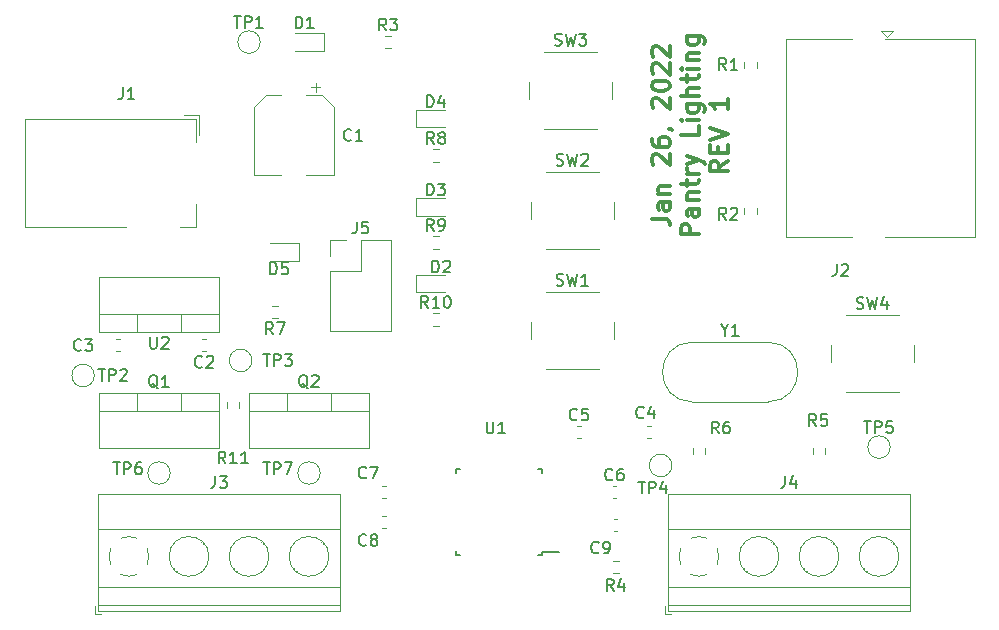
<source format=gbr>
%TF.GenerationSoftware,KiCad,Pcbnew,(6.0.0)*%
%TF.CreationDate,2022-01-26T18:23:26-07:00*%
%TF.ProjectId,PantryLights,50616e74-7279-44c6-9967-6874732e6b69,rev?*%
%TF.SameCoordinates,Original*%
%TF.FileFunction,Legend,Top*%
%TF.FilePolarity,Positive*%
%FSLAX46Y46*%
G04 Gerber Fmt 4.6, Leading zero omitted, Abs format (unit mm)*
G04 Created by KiCad (PCBNEW (6.0.0)) date 2022-01-26 18:23:26*
%MOMM*%
%LPD*%
G01*
G04 APERTURE LIST*
%ADD10C,0.304800*%
%ADD11C,0.150000*%
%ADD12C,0.120000*%
G04 APERTURE END LIST*
D10*
X156731788Y-88319428D02*
X157820360Y-88319428D01*
X158038074Y-88392000D01*
X158183217Y-88537142D01*
X158255788Y-88754857D01*
X158255788Y-88900000D01*
X158255788Y-86940571D02*
X157457502Y-86940571D01*
X157312360Y-87013142D01*
X157239788Y-87158285D01*
X157239788Y-87448571D01*
X157312360Y-87593714D01*
X158183217Y-86940571D02*
X158255788Y-87085714D01*
X158255788Y-87448571D01*
X158183217Y-87593714D01*
X158038074Y-87666285D01*
X157892931Y-87666285D01*
X157747788Y-87593714D01*
X157675217Y-87448571D01*
X157675217Y-87085714D01*
X157602645Y-86940571D01*
X157239788Y-86214857D02*
X158255788Y-86214857D01*
X157384931Y-86214857D02*
X157312360Y-86142285D01*
X157239788Y-85997142D01*
X157239788Y-85779428D01*
X157312360Y-85634285D01*
X157457502Y-85561714D01*
X158255788Y-85561714D01*
X156876931Y-83747428D02*
X156804360Y-83674857D01*
X156731788Y-83529714D01*
X156731788Y-83166857D01*
X156804360Y-83021714D01*
X156876931Y-82949142D01*
X157022074Y-82876571D01*
X157167217Y-82876571D01*
X157384931Y-82949142D01*
X158255788Y-83820000D01*
X158255788Y-82876571D01*
X156731788Y-81570285D02*
X156731788Y-81860571D01*
X156804360Y-82005714D01*
X156876931Y-82078285D01*
X157094645Y-82223428D01*
X157384931Y-82296000D01*
X157965502Y-82296000D01*
X158110645Y-82223428D01*
X158183217Y-82150857D01*
X158255788Y-82005714D01*
X158255788Y-81715428D01*
X158183217Y-81570285D01*
X158110645Y-81497714D01*
X157965502Y-81425142D01*
X157602645Y-81425142D01*
X157457502Y-81497714D01*
X157384931Y-81570285D01*
X157312360Y-81715428D01*
X157312360Y-82005714D01*
X157384931Y-82150857D01*
X157457502Y-82223428D01*
X157602645Y-82296000D01*
X158183217Y-80699428D02*
X158255788Y-80699428D01*
X158400931Y-80772000D01*
X158473502Y-80844571D01*
X156876931Y-78957714D02*
X156804360Y-78885142D01*
X156731788Y-78740000D01*
X156731788Y-78377142D01*
X156804360Y-78232000D01*
X156876931Y-78159428D01*
X157022074Y-78086857D01*
X157167217Y-78086857D01*
X157384931Y-78159428D01*
X158255788Y-79030285D01*
X158255788Y-78086857D01*
X156731788Y-77143428D02*
X156731788Y-76998285D01*
X156804360Y-76853142D01*
X156876931Y-76780571D01*
X157022074Y-76708000D01*
X157312360Y-76635428D01*
X157675217Y-76635428D01*
X157965502Y-76708000D01*
X158110645Y-76780571D01*
X158183217Y-76853142D01*
X158255788Y-76998285D01*
X158255788Y-77143428D01*
X158183217Y-77288571D01*
X158110645Y-77361142D01*
X157965502Y-77433714D01*
X157675217Y-77506285D01*
X157312360Y-77506285D01*
X157022074Y-77433714D01*
X156876931Y-77361142D01*
X156804360Y-77288571D01*
X156731788Y-77143428D01*
X156876931Y-76054857D02*
X156804360Y-75982285D01*
X156731788Y-75837142D01*
X156731788Y-75474285D01*
X156804360Y-75329142D01*
X156876931Y-75256571D01*
X157022074Y-75184000D01*
X157167217Y-75184000D01*
X157384931Y-75256571D01*
X158255788Y-76127428D01*
X158255788Y-75184000D01*
X156876931Y-74603428D02*
X156804360Y-74530857D01*
X156731788Y-74385714D01*
X156731788Y-74022857D01*
X156804360Y-73877714D01*
X156876931Y-73805142D01*
X157022074Y-73732571D01*
X157167217Y-73732571D01*
X157384931Y-73805142D01*
X158255788Y-74676000D01*
X158255788Y-73732571D01*
X160709428Y-89662000D02*
X159185428Y-89662000D01*
X159185428Y-89081428D01*
X159258000Y-88936285D01*
X159330571Y-88863714D01*
X159475714Y-88791142D01*
X159693428Y-88791142D01*
X159838571Y-88863714D01*
X159911142Y-88936285D01*
X159983714Y-89081428D01*
X159983714Y-89662000D01*
X160709428Y-87484857D02*
X159911142Y-87484857D01*
X159766000Y-87557428D01*
X159693428Y-87702571D01*
X159693428Y-87992857D01*
X159766000Y-88138000D01*
X160636857Y-87484857D02*
X160709428Y-87630000D01*
X160709428Y-87992857D01*
X160636857Y-88138000D01*
X160491714Y-88210571D01*
X160346571Y-88210571D01*
X160201428Y-88138000D01*
X160128857Y-87992857D01*
X160128857Y-87630000D01*
X160056285Y-87484857D01*
X159693428Y-86759142D02*
X160709428Y-86759142D01*
X159838571Y-86759142D02*
X159766000Y-86686571D01*
X159693428Y-86541428D01*
X159693428Y-86323714D01*
X159766000Y-86178571D01*
X159911142Y-86106000D01*
X160709428Y-86106000D01*
X159693428Y-85598000D02*
X159693428Y-85017428D01*
X159185428Y-85380285D02*
X160491714Y-85380285D01*
X160636857Y-85307714D01*
X160709428Y-85162571D01*
X160709428Y-85017428D01*
X160709428Y-84509428D02*
X159693428Y-84509428D01*
X159983714Y-84509428D02*
X159838571Y-84436857D01*
X159766000Y-84364285D01*
X159693428Y-84219142D01*
X159693428Y-84074000D01*
X159693428Y-83711142D02*
X160709428Y-83348285D01*
X159693428Y-82985428D02*
X160709428Y-83348285D01*
X161072285Y-83493428D01*
X161144857Y-83566000D01*
X161217428Y-83711142D01*
X160709428Y-80518000D02*
X160709428Y-81243714D01*
X159185428Y-81243714D01*
X160709428Y-80010000D02*
X159693428Y-80010000D01*
X159185428Y-80010000D02*
X159258000Y-80082571D01*
X159330571Y-80010000D01*
X159258000Y-79937428D01*
X159185428Y-80010000D01*
X159330571Y-80010000D01*
X159693428Y-78631142D02*
X160927142Y-78631142D01*
X161072285Y-78703714D01*
X161144857Y-78776285D01*
X161217428Y-78921428D01*
X161217428Y-79139142D01*
X161144857Y-79284285D01*
X160636857Y-78631142D02*
X160709428Y-78776285D01*
X160709428Y-79066571D01*
X160636857Y-79211714D01*
X160564285Y-79284285D01*
X160419142Y-79356857D01*
X159983714Y-79356857D01*
X159838571Y-79284285D01*
X159766000Y-79211714D01*
X159693428Y-79066571D01*
X159693428Y-78776285D01*
X159766000Y-78631142D01*
X160709428Y-77905428D02*
X159185428Y-77905428D01*
X160709428Y-77252285D02*
X159911142Y-77252285D01*
X159766000Y-77324857D01*
X159693428Y-77470000D01*
X159693428Y-77687714D01*
X159766000Y-77832857D01*
X159838571Y-77905428D01*
X159693428Y-76744285D02*
X159693428Y-76163714D01*
X159185428Y-76526571D02*
X160491714Y-76526571D01*
X160636857Y-76454000D01*
X160709428Y-76308857D01*
X160709428Y-76163714D01*
X160709428Y-75655714D02*
X159693428Y-75655714D01*
X159185428Y-75655714D02*
X159258000Y-75728285D01*
X159330571Y-75655714D01*
X159258000Y-75583142D01*
X159185428Y-75655714D01*
X159330571Y-75655714D01*
X159693428Y-74930000D02*
X160709428Y-74930000D01*
X159838571Y-74930000D02*
X159766000Y-74857428D01*
X159693428Y-74712285D01*
X159693428Y-74494571D01*
X159766000Y-74349428D01*
X159911142Y-74276857D01*
X160709428Y-74276857D01*
X159693428Y-72898000D02*
X160927142Y-72898000D01*
X161072285Y-72970571D01*
X161144857Y-73043142D01*
X161217428Y-73188285D01*
X161217428Y-73406000D01*
X161144857Y-73551142D01*
X160636857Y-72898000D02*
X160709428Y-73043142D01*
X160709428Y-73333428D01*
X160636857Y-73478571D01*
X160564285Y-73551142D01*
X160419142Y-73623714D01*
X159983714Y-73623714D01*
X159838571Y-73551142D01*
X159766000Y-73478571D01*
X159693428Y-73333428D01*
X159693428Y-73043142D01*
X159766000Y-72898000D01*
X163163068Y-83457142D02*
X162437354Y-83965142D01*
X163163068Y-84328000D02*
X161639068Y-84328000D01*
X161639068Y-83747428D01*
X161711640Y-83602285D01*
X161784211Y-83529714D01*
X161929354Y-83457142D01*
X162147068Y-83457142D01*
X162292211Y-83529714D01*
X162364782Y-83602285D01*
X162437354Y-83747428D01*
X162437354Y-84328000D01*
X162364782Y-82804000D02*
X162364782Y-82296000D01*
X163163068Y-82078285D02*
X163163068Y-82804000D01*
X161639068Y-82804000D01*
X161639068Y-82078285D01*
X161639068Y-81642857D02*
X163163068Y-81134857D01*
X161639068Y-80626857D01*
X163163068Y-78159428D02*
X163163068Y-79030285D01*
X163163068Y-78594857D02*
X161639068Y-78594857D01*
X161856782Y-78740000D01*
X162001925Y-78885142D01*
X162074497Y-79030285D01*
D11*
%TO.C,R11*%
X120642142Y-109037380D02*
X120308809Y-108561190D01*
X120070714Y-109037380D02*
X120070714Y-108037380D01*
X120451666Y-108037380D01*
X120546904Y-108085000D01*
X120594523Y-108132619D01*
X120642142Y-108227857D01*
X120642142Y-108370714D01*
X120594523Y-108465952D01*
X120546904Y-108513571D01*
X120451666Y-108561190D01*
X120070714Y-108561190D01*
X121594523Y-109037380D02*
X121023095Y-109037380D01*
X121308809Y-109037380D02*
X121308809Y-108037380D01*
X121213571Y-108180238D01*
X121118333Y-108275476D01*
X121023095Y-108323095D01*
X122546904Y-109037380D02*
X121975476Y-109037380D01*
X122261190Y-109037380D02*
X122261190Y-108037380D01*
X122165952Y-108180238D01*
X122070714Y-108275476D01*
X121975476Y-108323095D01*
%TO.C,C9*%
X152233333Y-116562142D02*
X152185714Y-116609761D01*
X152042857Y-116657380D01*
X151947619Y-116657380D01*
X151804761Y-116609761D01*
X151709523Y-116514523D01*
X151661904Y-116419285D01*
X151614285Y-116228809D01*
X151614285Y-116085952D01*
X151661904Y-115895476D01*
X151709523Y-115800238D01*
X151804761Y-115705000D01*
X151947619Y-115657380D01*
X152042857Y-115657380D01*
X152185714Y-115705000D01*
X152233333Y-115752619D01*
X152709523Y-116657380D02*
X152900000Y-116657380D01*
X152995238Y-116609761D01*
X153042857Y-116562142D01*
X153138095Y-116419285D01*
X153185714Y-116228809D01*
X153185714Y-115847857D01*
X153138095Y-115752619D01*
X153090476Y-115705000D01*
X152995238Y-115657380D01*
X152804761Y-115657380D01*
X152709523Y-115705000D01*
X152661904Y-115752619D01*
X152614285Y-115847857D01*
X152614285Y-116085952D01*
X152661904Y-116181190D01*
X152709523Y-116228809D01*
X152804761Y-116276428D01*
X152995238Y-116276428D01*
X153090476Y-116228809D01*
X153138095Y-116181190D01*
X153185714Y-116085952D01*
%TO.C,J5*%
X131741666Y-88577380D02*
X131741666Y-89291666D01*
X131694047Y-89434523D01*
X131598809Y-89529761D01*
X131455952Y-89577380D01*
X131360714Y-89577380D01*
X132694047Y-88577380D02*
X132217857Y-88577380D01*
X132170238Y-89053571D01*
X132217857Y-89005952D01*
X132313095Y-88958333D01*
X132551190Y-88958333D01*
X132646428Y-89005952D01*
X132694047Y-89053571D01*
X132741666Y-89148809D01*
X132741666Y-89386904D01*
X132694047Y-89482142D01*
X132646428Y-89529761D01*
X132551190Y-89577380D01*
X132313095Y-89577380D01*
X132217857Y-89529761D01*
X132170238Y-89482142D01*
%TO.C,SW3*%
X148526666Y-73624761D02*
X148669523Y-73672380D01*
X148907619Y-73672380D01*
X149002857Y-73624761D01*
X149050476Y-73577142D01*
X149098095Y-73481904D01*
X149098095Y-73386666D01*
X149050476Y-73291428D01*
X149002857Y-73243809D01*
X148907619Y-73196190D01*
X148717142Y-73148571D01*
X148621904Y-73100952D01*
X148574285Y-73053333D01*
X148526666Y-72958095D01*
X148526666Y-72862857D01*
X148574285Y-72767619D01*
X148621904Y-72720000D01*
X148717142Y-72672380D01*
X148955238Y-72672380D01*
X149098095Y-72720000D01*
X149431428Y-72672380D02*
X149669523Y-73672380D01*
X149860000Y-72958095D01*
X150050476Y-73672380D01*
X150288571Y-72672380D01*
X150574285Y-72672380D02*
X151193333Y-72672380D01*
X150860000Y-73053333D01*
X151002857Y-73053333D01*
X151098095Y-73100952D01*
X151145714Y-73148571D01*
X151193333Y-73243809D01*
X151193333Y-73481904D01*
X151145714Y-73577142D01*
X151098095Y-73624761D01*
X151002857Y-73672380D01*
X150717142Y-73672380D01*
X150621904Y-73624761D01*
X150574285Y-73577142D01*
%TO.C,SW2*%
X148676666Y-83784761D02*
X148819523Y-83832380D01*
X149057619Y-83832380D01*
X149152857Y-83784761D01*
X149200476Y-83737142D01*
X149248095Y-83641904D01*
X149248095Y-83546666D01*
X149200476Y-83451428D01*
X149152857Y-83403809D01*
X149057619Y-83356190D01*
X148867142Y-83308571D01*
X148771904Y-83260952D01*
X148724285Y-83213333D01*
X148676666Y-83118095D01*
X148676666Y-83022857D01*
X148724285Y-82927619D01*
X148771904Y-82880000D01*
X148867142Y-82832380D01*
X149105238Y-82832380D01*
X149248095Y-82880000D01*
X149581428Y-82832380D02*
X149819523Y-83832380D01*
X150010000Y-83118095D01*
X150200476Y-83832380D01*
X150438571Y-82832380D01*
X150771904Y-82927619D02*
X150819523Y-82880000D01*
X150914761Y-82832380D01*
X151152857Y-82832380D01*
X151248095Y-82880000D01*
X151295714Y-82927619D01*
X151343333Y-83022857D01*
X151343333Y-83118095D01*
X151295714Y-83260952D01*
X150724285Y-83832380D01*
X151343333Y-83832380D01*
%TO.C,SW1*%
X148676666Y-93944761D02*
X148819523Y-93992380D01*
X149057619Y-93992380D01*
X149152857Y-93944761D01*
X149200476Y-93897142D01*
X149248095Y-93801904D01*
X149248095Y-93706666D01*
X149200476Y-93611428D01*
X149152857Y-93563809D01*
X149057619Y-93516190D01*
X148867142Y-93468571D01*
X148771904Y-93420952D01*
X148724285Y-93373333D01*
X148676666Y-93278095D01*
X148676666Y-93182857D01*
X148724285Y-93087619D01*
X148771904Y-93040000D01*
X148867142Y-92992380D01*
X149105238Y-92992380D01*
X149248095Y-93040000D01*
X149581428Y-92992380D02*
X149819523Y-93992380D01*
X150010000Y-93278095D01*
X150200476Y-93992380D01*
X150438571Y-92992380D01*
X151343333Y-93992380D02*
X150771904Y-93992380D01*
X151057619Y-93992380D02*
X151057619Y-92992380D01*
X150962380Y-93135238D01*
X150867142Y-93230476D01*
X150771904Y-93278095D01*
%TO.C,C3*%
X108418333Y-99417142D02*
X108370714Y-99464761D01*
X108227857Y-99512380D01*
X108132619Y-99512380D01*
X107989761Y-99464761D01*
X107894523Y-99369523D01*
X107846904Y-99274285D01*
X107799285Y-99083809D01*
X107799285Y-98940952D01*
X107846904Y-98750476D01*
X107894523Y-98655238D01*
X107989761Y-98560000D01*
X108132619Y-98512380D01*
X108227857Y-98512380D01*
X108370714Y-98560000D01*
X108418333Y-98607619D01*
X108751666Y-98512380D02*
X109370714Y-98512380D01*
X109037380Y-98893333D01*
X109180238Y-98893333D01*
X109275476Y-98940952D01*
X109323095Y-98988571D01*
X109370714Y-99083809D01*
X109370714Y-99321904D01*
X109323095Y-99417142D01*
X109275476Y-99464761D01*
X109180238Y-99512380D01*
X108894523Y-99512380D01*
X108799285Y-99464761D01*
X108751666Y-99417142D01*
%TO.C,C2*%
X118653333Y-100847142D02*
X118605714Y-100894761D01*
X118462857Y-100942380D01*
X118367619Y-100942380D01*
X118224761Y-100894761D01*
X118129523Y-100799523D01*
X118081904Y-100704285D01*
X118034285Y-100513809D01*
X118034285Y-100370952D01*
X118081904Y-100180476D01*
X118129523Y-100085238D01*
X118224761Y-99990000D01*
X118367619Y-99942380D01*
X118462857Y-99942380D01*
X118605714Y-99990000D01*
X118653333Y-100037619D01*
X119034285Y-100037619D02*
X119081904Y-99990000D01*
X119177142Y-99942380D01*
X119415238Y-99942380D01*
X119510476Y-99990000D01*
X119558095Y-100037619D01*
X119605714Y-100132857D01*
X119605714Y-100228095D01*
X119558095Y-100370952D01*
X118986666Y-100942380D01*
X119605714Y-100942380D01*
%TO.C,TP7*%
X123833095Y-108962380D02*
X124404523Y-108962380D01*
X124118809Y-109962380D02*
X124118809Y-108962380D01*
X124737857Y-109962380D02*
X124737857Y-108962380D01*
X125118809Y-108962380D01*
X125214047Y-109010000D01*
X125261666Y-109057619D01*
X125309285Y-109152857D01*
X125309285Y-109295714D01*
X125261666Y-109390952D01*
X125214047Y-109438571D01*
X125118809Y-109486190D01*
X124737857Y-109486190D01*
X125642619Y-108962380D02*
X126309285Y-108962380D01*
X125880714Y-109962380D01*
%TO.C,TP6*%
X111133095Y-108962380D02*
X111704523Y-108962380D01*
X111418809Y-109962380D02*
X111418809Y-108962380D01*
X112037857Y-109962380D02*
X112037857Y-108962380D01*
X112418809Y-108962380D01*
X112514047Y-109010000D01*
X112561666Y-109057619D01*
X112609285Y-109152857D01*
X112609285Y-109295714D01*
X112561666Y-109390952D01*
X112514047Y-109438571D01*
X112418809Y-109486190D01*
X112037857Y-109486190D01*
X113466428Y-108962380D02*
X113275952Y-108962380D01*
X113180714Y-109010000D01*
X113133095Y-109057619D01*
X113037857Y-109200476D01*
X112990238Y-109390952D01*
X112990238Y-109771904D01*
X113037857Y-109867142D01*
X113085476Y-109914761D01*
X113180714Y-109962380D01*
X113371190Y-109962380D01*
X113466428Y-109914761D01*
X113514047Y-109867142D01*
X113561666Y-109771904D01*
X113561666Y-109533809D01*
X113514047Y-109438571D01*
X113466428Y-109390952D01*
X113371190Y-109343333D01*
X113180714Y-109343333D01*
X113085476Y-109390952D01*
X113037857Y-109438571D01*
X112990238Y-109533809D01*
%TO.C,TP5*%
X174708095Y-105464380D02*
X175279523Y-105464380D01*
X174993809Y-106464380D02*
X174993809Y-105464380D01*
X175612857Y-106464380D02*
X175612857Y-105464380D01*
X175993809Y-105464380D01*
X176089047Y-105512000D01*
X176136666Y-105559619D01*
X176184285Y-105654857D01*
X176184285Y-105797714D01*
X176136666Y-105892952D01*
X176089047Y-105940571D01*
X175993809Y-105988190D01*
X175612857Y-105988190D01*
X177089047Y-105464380D02*
X176612857Y-105464380D01*
X176565238Y-105940571D01*
X176612857Y-105892952D01*
X176708095Y-105845333D01*
X176946190Y-105845333D01*
X177041428Y-105892952D01*
X177089047Y-105940571D01*
X177136666Y-106035809D01*
X177136666Y-106273904D01*
X177089047Y-106369142D01*
X177041428Y-106416761D01*
X176946190Y-106464380D01*
X176708095Y-106464380D01*
X176612857Y-106416761D01*
X176565238Y-106369142D01*
%TO.C,TP4*%
X155583095Y-110577380D02*
X156154523Y-110577380D01*
X155868809Y-111577380D02*
X155868809Y-110577380D01*
X156487857Y-111577380D02*
X156487857Y-110577380D01*
X156868809Y-110577380D01*
X156964047Y-110625000D01*
X157011666Y-110672619D01*
X157059285Y-110767857D01*
X157059285Y-110910714D01*
X157011666Y-111005952D01*
X156964047Y-111053571D01*
X156868809Y-111101190D01*
X156487857Y-111101190D01*
X157916428Y-110910714D02*
X157916428Y-111577380D01*
X157678333Y-110529761D02*
X157440238Y-111244047D01*
X158059285Y-111244047D01*
%TO.C,TP3*%
X123833095Y-99782380D02*
X124404523Y-99782380D01*
X124118809Y-100782380D02*
X124118809Y-99782380D01*
X124737857Y-100782380D02*
X124737857Y-99782380D01*
X125118809Y-99782380D01*
X125214047Y-99830000D01*
X125261666Y-99877619D01*
X125309285Y-99972857D01*
X125309285Y-100115714D01*
X125261666Y-100210952D01*
X125214047Y-100258571D01*
X125118809Y-100306190D01*
X124737857Y-100306190D01*
X125642619Y-99782380D02*
X126261666Y-99782380D01*
X125928333Y-100163333D01*
X126071190Y-100163333D01*
X126166428Y-100210952D01*
X126214047Y-100258571D01*
X126261666Y-100353809D01*
X126261666Y-100591904D01*
X126214047Y-100687142D01*
X126166428Y-100734761D01*
X126071190Y-100782380D01*
X125785476Y-100782380D01*
X125690238Y-100734761D01*
X125642619Y-100687142D01*
%TO.C,TP2*%
X109863095Y-101052380D02*
X110434523Y-101052380D01*
X110148809Y-102052380D02*
X110148809Y-101052380D01*
X110767857Y-102052380D02*
X110767857Y-101052380D01*
X111148809Y-101052380D01*
X111244047Y-101100000D01*
X111291666Y-101147619D01*
X111339285Y-101242857D01*
X111339285Y-101385714D01*
X111291666Y-101480952D01*
X111244047Y-101528571D01*
X111148809Y-101576190D01*
X110767857Y-101576190D01*
X111720238Y-101147619D02*
X111767857Y-101100000D01*
X111863095Y-101052380D01*
X112101190Y-101052380D01*
X112196428Y-101100000D01*
X112244047Y-101147619D01*
X112291666Y-101242857D01*
X112291666Y-101338095D01*
X112244047Y-101480952D01*
X111672619Y-102052380D01*
X112291666Y-102052380D01*
%TO.C,TP1*%
X121368095Y-71174380D02*
X121939523Y-71174380D01*
X121653809Y-72174380D02*
X121653809Y-71174380D01*
X122272857Y-72174380D02*
X122272857Y-71174380D01*
X122653809Y-71174380D01*
X122749047Y-71222000D01*
X122796666Y-71269619D01*
X122844285Y-71364857D01*
X122844285Y-71507714D01*
X122796666Y-71602952D01*
X122749047Y-71650571D01*
X122653809Y-71698190D01*
X122272857Y-71698190D01*
X123796666Y-72174380D02*
X123225238Y-72174380D01*
X123510952Y-72174380D02*
X123510952Y-71174380D01*
X123415714Y-71317238D01*
X123320476Y-71412476D01*
X123225238Y-71460095D01*
%TO.C,R2*%
X163028333Y-88404604D02*
X162695000Y-87928414D01*
X162456904Y-88404604D02*
X162456904Y-87404604D01*
X162837857Y-87404604D01*
X162933095Y-87452224D01*
X162980714Y-87499843D01*
X163028333Y-87595081D01*
X163028333Y-87737938D01*
X162980714Y-87833176D01*
X162933095Y-87880795D01*
X162837857Y-87928414D01*
X162456904Y-87928414D01*
X163409285Y-87499843D02*
X163456904Y-87452224D01*
X163552142Y-87404604D01*
X163790238Y-87404604D01*
X163885476Y-87452224D01*
X163933095Y-87499843D01*
X163980714Y-87595081D01*
X163980714Y-87690319D01*
X163933095Y-87833176D01*
X163361666Y-88404604D01*
X163980714Y-88404604D01*
%TO.C,R1*%
X163028333Y-75739880D02*
X162695000Y-75263690D01*
X162456904Y-75739880D02*
X162456904Y-74739880D01*
X162837857Y-74739880D01*
X162933095Y-74787500D01*
X162980714Y-74835119D01*
X163028333Y-74930357D01*
X163028333Y-75073214D01*
X162980714Y-75168452D01*
X162933095Y-75216071D01*
X162837857Y-75263690D01*
X162456904Y-75263690D01*
X163980714Y-75739880D02*
X163409285Y-75739880D01*
X163695000Y-75739880D02*
X163695000Y-74739880D01*
X163599761Y-74882738D01*
X163504523Y-74977976D01*
X163409285Y-75025595D01*
%TO.C,J4*%
X168016666Y-110112380D02*
X168016666Y-110826666D01*
X167969047Y-110969523D01*
X167873809Y-111064761D01*
X167730952Y-111112380D01*
X167635714Y-111112380D01*
X168921428Y-110445714D02*
X168921428Y-111112380D01*
X168683333Y-110064761D02*
X168445238Y-110779047D01*
X169064285Y-110779047D01*
%TO.C,J3*%
X119756672Y-110112390D02*
X119756672Y-110826676D01*
X119709053Y-110969533D01*
X119613815Y-111064771D01*
X119470958Y-111112390D01*
X119375720Y-111112390D01*
X120137625Y-110112390D02*
X120756672Y-110112390D01*
X120423339Y-110493343D01*
X120566196Y-110493343D01*
X120661434Y-110540962D01*
X120709053Y-110588581D01*
X120756672Y-110683819D01*
X120756672Y-110921914D01*
X120709053Y-111017152D01*
X120661434Y-111064771D01*
X120566196Y-111112390D01*
X120280482Y-111112390D01*
X120185244Y-111064771D01*
X120137625Y-111017152D01*
%TO.C,J2*%
X172386666Y-92162380D02*
X172386666Y-92876666D01*
X172339047Y-93019523D01*
X172243809Y-93114761D01*
X172100952Y-93162380D01*
X172005714Y-93162380D01*
X172815238Y-92257619D02*
X172862857Y-92210000D01*
X172958095Y-92162380D01*
X173196190Y-92162380D01*
X173291428Y-92210000D01*
X173339047Y-92257619D01*
X173386666Y-92352857D01*
X173386666Y-92448095D01*
X173339047Y-92590952D01*
X172767619Y-93162380D01*
X173386666Y-93162380D01*
%TO.C,J1*%
X111936666Y-77212380D02*
X111936666Y-77926666D01*
X111889047Y-78069523D01*
X111793809Y-78164761D01*
X111650952Y-78212380D01*
X111555714Y-78212380D01*
X112936666Y-78212380D02*
X112365238Y-78212380D01*
X112650952Y-78212380D02*
X112650952Y-77212380D01*
X112555714Y-77355238D01*
X112460476Y-77450476D01*
X112365238Y-77498095D01*
%TO.C,Y1*%
X162893809Y-97761190D02*
X162893809Y-98237380D01*
X162560476Y-97237380D02*
X162893809Y-97761190D01*
X163227142Y-97237380D01*
X164084285Y-98237380D02*
X163512857Y-98237380D01*
X163798571Y-98237380D02*
X163798571Y-97237380D01*
X163703333Y-97380238D01*
X163608095Y-97475476D01*
X163512857Y-97523095D01*
%TO.C,U2*%
X114248095Y-98337380D02*
X114248095Y-99146904D01*
X114295714Y-99242142D01*
X114343333Y-99289761D01*
X114438571Y-99337380D01*
X114629047Y-99337380D01*
X114724285Y-99289761D01*
X114771904Y-99242142D01*
X114819523Y-99146904D01*
X114819523Y-98337380D01*
X115248095Y-98432619D02*
X115295714Y-98385000D01*
X115390952Y-98337380D01*
X115629047Y-98337380D01*
X115724285Y-98385000D01*
X115771904Y-98432619D01*
X115819523Y-98527857D01*
X115819523Y-98623095D01*
X115771904Y-98765952D01*
X115200476Y-99337380D01*
X115819523Y-99337380D01*
%TO.C,SW4*%
X174076666Y-95904761D02*
X174219523Y-95952380D01*
X174457619Y-95952380D01*
X174552857Y-95904761D01*
X174600476Y-95857142D01*
X174648095Y-95761904D01*
X174648095Y-95666666D01*
X174600476Y-95571428D01*
X174552857Y-95523809D01*
X174457619Y-95476190D01*
X174267142Y-95428571D01*
X174171904Y-95380952D01*
X174124285Y-95333333D01*
X174076666Y-95238095D01*
X174076666Y-95142857D01*
X174124285Y-95047619D01*
X174171904Y-95000000D01*
X174267142Y-94952380D01*
X174505238Y-94952380D01*
X174648095Y-95000000D01*
X174981428Y-94952380D02*
X175219523Y-95952380D01*
X175410000Y-95238095D01*
X175600476Y-95952380D01*
X175838571Y-94952380D01*
X176648095Y-95285714D02*
X176648095Y-95952380D01*
X176410000Y-94904761D02*
X176171904Y-95619047D01*
X176790952Y-95619047D01*
%TO.C,R6*%
X162393333Y-106497380D02*
X162060000Y-106021190D01*
X161821904Y-106497380D02*
X161821904Y-105497380D01*
X162202857Y-105497380D01*
X162298095Y-105545000D01*
X162345714Y-105592619D01*
X162393333Y-105687857D01*
X162393333Y-105830714D01*
X162345714Y-105925952D01*
X162298095Y-105973571D01*
X162202857Y-106021190D01*
X161821904Y-106021190D01*
X163250476Y-105497380D02*
X163060000Y-105497380D01*
X162964761Y-105545000D01*
X162917142Y-105592619D01*
X162821904Y-105735476D01*
X162774285Y-105925952D01*
X162774285Y-106306904D01*
X162821904Y-106402142D01*
X162869523Y-106449761D01*
X162964761Y-106497380D01*
X163155238Y-106497380D01*
X163250476Y-106449761D01*
X163298095Y-106402142D01*
X163345714Y-106306904D01*
X163345714Y-106068809D01*
X163298095Y-105973571D01*
X163250476Y-105925952D01*
X163155238Y-105878333D01*
X162964761Y-105878333D01*
X162869523Y-105925952D01*
X162821904Y-105973571D01*
X162774285Y-106068809D01*
%TO.C,R5*%
X170648333Y-105862380D02*
X170315000Y-105386190D01*
X170076904Y-105862380D02*
X170076904Y-104862380D01*
X170457857Y-104862380D01*
X170553095Y-104910000D01*
X170600714Y-104957619D01*
X170648333Y-105052857D01*
X170648333Y-105195714D01*
X170600714Y-105290952D01*
X170553095Y-105338571D01*
X170457857Y-105386190D01*
X170076904Y-105386190D01*
X171553095Y-104862380D02*
X171076904Y-104862380D01*
X171029285Y-105338571D01*
X171076904Y-105290952D01*
X171172142Y-105243333D01*
X171410238Y-105243333D01*
X171505476Y-105290952D01*
X171553095Y-105338571D01*
X171600714Y-105433809D01*
X171600714Y-105671904D01*
X171553095Y-105767142D01*
X171505476Y-105814761D01*
X171410238Y-105862380D01*
X171172142Y-105862380D01*
X171076904Y-105814761D01*
X171029285Y-105767142D01*
%TO.C,R10*%
X137789200Y-95877038D02*
X137455867Y-95400848D01*
X137217772Y-95877038D02*
X137217772Y-94877038D01*
X137598724Y-94877038D01*
X137693962Y-94924658D01*
X137741581Y-94972277D01*
X137789200Y-95067515D01*
X137789200Y-95210372D01*
X137741581Y-95305610D01*
X137693962Y-95353229D01*
X137598724Y-95400848D01*
X137217772Y-95400848D01*
X138741581Y-95877038D02*
X138170153Y-95877038D01*
X138455867Y-95877038D02*
X138455867Y-94877038D01*
X138360629Y-95019896D01*
X138265391Y-95115134D01*
X138170153Y-95162753D01*
X139360629Y-94877038D02*
X139455867Y-94877038D01*
X139551105Y-94924658D01*
X139598724Y-94972277D01*
X139646343Y-95067515D01*
X139693962Y-95257991D01*
X139693962Y-95496086D01*
X139646343Y-95686562D01*
X139598724Y-95781800D01*
X139551105Y-95829419D01*
X139455867Y-95877038D01*
X139360629Y-95877038D01*
X139265391Y-95829419D01*
X139217772Y-95781800D01*
X139170153Y-95686562D01*
X139122534Y-95496086D01*
X139122534Y-95257991D01*
X139170153Y-95067515D01*
X139217772Y-94972277D01*
X139265391Y-94924658D01*
X139360629Y-94877038D01*
%TO.C,R9*%
X138263333Y-89357650D02*
X137930000Y-88881460D01*
X137691904Y-89357650D02*
X137691904Y-88357650D01*
X138072857Y-88357650D01*
X138168095Y-88405270D01*
X138215714Y-88452889D01*
X138263333Y-88548127D01*
X138263333Y-88690984D01*
X138215714Y-88786222D01*
X138168095Y-88833841D01*
X138072857Y-88881460D01*
X137691904Y-88881460D01*
X138739523Y-89357650D02*
X138930000Y-89357650D01*
X139025238Y-89310031D01*
X139072857Y-89262412D01*
X139168095Y-89119555D01*
X139215714Y-88929079D01*
X139215714Y-88548127D01*
X139168095Y-88452889D01*
X139120476Y-88405270D01*
X139025238Y-88357650D01*
X138834761Y-88357650D01*
X138739523Y-88405270D01*
X138691904Y-88452889D01*
X138644285Y-88548127D01*
X138644285Y-88786222D01*
X138691904Y-88881460D01*
X138739523Y-88929079D01*
X138834761Y-88976698D01*
X139025238Y-88976698D01*
X139120476Y-88929079D01*
X139168095Y-88881460D01*
X139215714Y-88786222D01*
%TO.C,R8*%
X138290878Y-82003125D02*
X137957545Y-81526935D01*
X137719449Y-82003125D02*
X137719449Y-81003125D01*
X138100402Y-81003125D01*
X138195640Y-81050745D01*
X138243259Y-81098364D01*
X138290878Y-81193602D01*
X138290878Y-81336459D01*
X138243259Y-81431697D01*
X138195640Y-81479316D01*
X138100402Y-81526935D01*
X137719449Y-81526935D01*
X138862306Y-81431697D02*
X138767068Y-81384078D01*
X138719449Y-81336459D01*
X138671830Y-81241221D01*
X138671830Y-81193602D01*
X138719449Y-81098364D01*
X138767068Y-81050745D01*
X138862306Y-81003125D01*
X139052783Y-81003125D01*
X139148021Y-81050745D01*
X139195640Y-81098364D01*
X139243259Y-81193602D01*
X139243259Y-81241221D01*
X139195640Y-81336459D01*
X139148021Y-81384078D01*
X139052783Y-81431697D01*
X138862306Y-81431697D01*
X138767068Y-81479316D01*
X138719449Y-81526935D01*
X138671830Y-81622173D01*
X138671830Y-81812649D01*
X138719449Y-81907887D01*
X138767068Y-81955506D01*
X138862306Y-82003125D01*
X139052783Y-82003125D01*
X139148021Y-81955506D01*
X139195640Y-81907887D01*
X139243259Y-81812649D01*
X139243259Y-81622173D01*
X139195640Y-81526935D01*
X139148021Y-81479316D01*
X139052783Y-81431697D01*
%TO.C,R7*%
X124645833Y-98112380D02*
X124312500Y-97636190D01*
X124074404Y-98112380D02*
X124074404Y-97112380D01*
X124455357Y-97112380D01*
X124550595Y-97160000D01*
X124598214Y-97207619D01*
X124645833Y-97302857D01*
X124645833Y-97445714D01*
X124598214Y-97540952D01*
X124550595Y-97588571D01*
X124455357Y-97636190D01*
X124074404Y-97636190D01*
X124979166Y-97112380D02*
X125645833Y-97112380D01*
X125217261Y-98112380D01*
%TO.C,R4*%
X153503333Y-119832380D02*
X153170000Y-119356190D01*
X152931904Y-119832380D02*
X152931904Y-118832380D01*
X153312857Y-118832380D01*
X153408095Y-118880000D01*
X153455714Y-118927619D01*
X153503333Y-119022857D01*
X153503333Y-119165714D01*
X153455714Y-119260952D01*
X153408095Y-119308571D01*
X153312857Y-119356190D01*
X152931904Y-119356190D01*
X154360476Y-119165714D02*
X154360476Y-119832380D01*
X154122380Y-118784761D02*
X153884285Y-119499047D01*
X154503333Y-119499047D01*
%TO.C,R3*%
X134250833Y-72392380D02*
X133917500Y-71916190D01*
X133679404Y-72392380D02*
X133679404Y-71392380D01*
X134060357Y-71392380D01*
X134155595Y-71440000D01*
X134203214Y-71487619D01*
X134250833Y-71582857D01*
X134250833Y-71725714D01*
X134203214Y-71820952D01*
X134155595Y-71868571D01*
X134060357Y-71916190D01*
X133679404Y-71916190D01*
X134584166Y-71392380D02*
X135203214Y-71392380D01*
X134869880Y-71773333D01*
X135012738Y-71773333D01*
X135107976Y-71820952D01*
X135155595Y-71868571D01*
X135203214Y-71963809D01*
X135203214Y-72201904D01*
X135155595Y-72297142D01*
X135107976Y-72344761D01*
X135012738Y-72392380D01*
X134727023Y-72392380D01*
X134631785Y-72344761D01*
X134584166Y-72297142D01*
%TO.C,D5*%
X124431904Y-93032380D02*
X124431904Y-92032380D01*
X124670000Y-92032380D01*
X124812857Y-92080000D01*
X124908095Y-92175238D01*
X124955714Y-92270476D01*
X125003333Y-92460952D01*
X125003333Y-92603809D01*
X124955714Y-92794285D01*
X124908095Y-92889523D01*
X124812857Y-92984761D01*
X124670000Y-93032380D01*
X124431904Y-93032380D01*
X125908095Y-92032380D02*
X125431904Y-92032380D01*
X125384285Y-92508571D01*
X125431904Y-92460952D01*
X125527142Y-92413333D01*
X125765238Y-92413333D01*
X125860476Y-92460952D01*
X125908095Y-92508571D01*
X125955714Y-92603809D01*
X125955714Y-92841904D01*
X125908095Y-92937142D01*
X125860476Y-92984761D01*
X125765238Y-93032380D01*
X125527142Y-93032380D01*
X125431904Y-92984761D01*
X125384285Y-92937142D01*
%TO.C,D4*%
X137691904Y-78892380D02*
X137691904Y-77892380D01*
X137930000Y-77892380D01*
X138072857Y-77940000D01*
X138168095Y-78035238D01*
X138215714Y-78130476D01*
X138263333Y-78320952D01*
X138263333Y-78463809D01*
X138215714Y-78654285D01*
X138168095Y-78749523D01*
X138072857Y-78844761D01*
X137930000Y-78892380D01*
X137691904Y-78892380D01*
X139120476Y-78225714D02*
X139120476Y-78892380D01*
X138882380Y-77844761D02*
X138644285Y-78559047D01*
X139263333Y-78559047D01*
%TO.C,D3*%
X137691904Y-86362380D02*
X137691904Y-85362380D01*
X137930000Y-85362380D01*
X138072857Y-85410000D01*
X138168095Y-85505238D01*
X138215714Y-85600476D01*
X138263333Y-85790952D01*
X138263333Y-85933809D01*
X138215714Y-86124285D01*
X138168095Y-86219523D01*
X138072857Y-86314761D01*
X137930000Y-86362380D01*
X137691904Y-86362380D01*
X138596666Y-85362380D02*
X139215714Y-85362380D01*
X138882380Y-85743333D01*
X139025238Y-85743333D01*
X139120476Y-85790952D01*
X139168095Y-85838571D01*
X139215714Y-85933809D01*
X139215714Y-86171904D01*
X139168095Y-86267142D01*
X139120476Y-86314761D01*
X139025238Y-86362380D01*
X138739523Y-86362380D01*
X138644285Y-86314761D01*
X138596666Y-86267142D01*
%TO.C,D2*%
X138131904Y-92872380D02*
X138131904Y-91872380D01*
X138370000Y-91872380D01*
X138512857Y-91920000D01*
X138608095Y-92015238D01*
X138655714Y-92110476D01*
X138703333Y-92300952D01*
X138703333Y-92443809D01*
X138655714Y-92634285D01*
X138608095Y-92729523D01*
X138512857Y-92824761D01*
X138370000Y-92872380D01*
X138131904Y-92872380D01*
X139084285Y-91967619D02*
X139131904Y-91920000D01*
X139227142Y-91872380D01*
X139465238Y-91872380D01*
X139560476Y-91920000D01*
X139608095Y-91967619D01*
X139655714Y-92062857D01*
X139655714Y-92158095D01*
X139608095Y-92300952D01*
X139036666Y-92872380D01*
X139655714Y-92872380D01*
%TO.C,D1*%
X126576904Y-72207380D02*
X126576904Y-71207380D01*
X126815000Y-71207380D01*
X126957857Y-71255000D01*
X127053095Y-71350238D01*
X127100714Y-71445476D01*
X127148333Y-71635952D01*
X127148333Y-71778809D01*
X127100714Y-71969285D01*
X127053095Y-72064523D01*
X126957857Y-72159761D01*
X126815000Y-72207380D01*
X126576904Y-72207380D01*
X128100714Y-72207380D02*
X127529285Y-72207380D01*
X127815000Y-72207380D02*
X127815000Y-71207380D01*
X127719761Y-71350238D01*
X127624523Y-71445476D01*
X127529285Y-71493095D01*
%TO.C,C5*%
X150403333Y-105317142D02*
X150355714Y-105364761D01*
X150212857Y-105412380D01*
X150117619Y-105412380D01*
X149974761Y-105364761D01*
X149879523Y-105269523D01*
X149831904Y-105174285D01*
X149784285Y-104983809D01*
X149784285Y-104840952D01*
X149831904Y-104650476D01*
X149879523Y-104555238D01*
X149974761Y-104460000D01*
X150117619Y-104412380D01*
X150212857Y-104412380D01*
X150355714Y-104460000D01*
X150403333Y-104507619D01*
X151308095Y-104412380D02*
X150831904Y-104412380D01*
X150784285Y-104888571D01*
X150831904Y-104840952D01*
X150927142Y-104793333D01*
X151165238Y-104793333D01*
X151260476Y-104840952D01*
X151308095Y-104888571D01*
X151355714Y-104983809D01*
X151355714Y-105221904D01*
X151308095Y-105317142D01*
X151260476Y-105364761D01*
X151165238Y-105412380D01*
X150927142Y-105412380D01*
X150831904Y-105364761D01*
X150784285Y-105317142D01*
%TO.C,C4*%
X156043333Y-105132142D02*
X155995714Y-105179761D01*
X155852857Y-105227380D01*
X155757619Y-105227380D01*
X155614761Y-105179761D01*
X155519523Y-105084523D01*
X155471904Y-104989285D01*
X155424285Y-104798809D01*
X155424285Y-104655952D01*
X155471904Y-104465476D01*
X155519523Y-104370238D01*
X155614761Y-104275000D01*
X155757619Y-104227380D01*
X155852857Y-104227380D01*
X155995714Y-104275000D01*
X156043333Y-104322619D01*
X156900476Y-104560714D02*
X156900476Y-105227380D01*
X156662380Y-104179761D02*
X156424285Y-104894047D01*
X157043333Y-104894047D01*
%TO.C,C1*%
X131278333Y-81637142D02*
X131230714Y-81684761D01*
X131087857Y-81732380D01*
X130992619Y-81732380D01*
X130849761Y-81684761D01*
X130754523Y-81589523D01*
X130706904Y-81494285D01*
X130659285Y-81303809D01*
X130659285Y-81160952D01*
X130706904Y-80970476D01*
X130754523Y-80875238D01*
X130849761Y-80780000D01*
X130992619Y-80732380D01*
X131087857Y-80732380D01*
X131230714Y-80780000D01*
X131278333Y-80827619D01*
X132230714Y-81732380D02*
X131659285Y-81732380D01*
X131945000Y-81732380D02*
X131945000Y-80732380D01*
X131849761Y-80875238D01*
X131754523Y-80970476D01*
X131659285Y-81018095D01*
%TO.C,C8*%
X132548333Y-115927142D02*
X132500714Y-115974761D01*
X132357857Y-116022380D01*
X132262619Y-116022380D01*
X132119761Y-115974761D01*
X132024523Y-115879523D01*
X131976904Y-115784285D01*
X131929285Y-115593809D01*
X131929285Y-115450952D01*
X131976904Y-115260476D01*
X132024523Y-115165238D01*
X132119761Y-115070000D01*
X132262619Y-115022380D01*
X132357857Y-115022380D01*
X132500714Y-115070000D01*
X132548333Y-115117619D01*
X133119761Y-115450952D02*
X133024523Y-115403333D01*
X132976904Y-115355714D01*
X132929285Y-115260476D01*
X132929285Y-115212857D01*
X132976904Y-115117619D01*
X133024523Y-115070000D01*
X133119761Y-115022380D01*
X133310238Y-115022380D01*
X133405476Y-115070000D01*
X133453095Y-115117619D01*
X133500714Y-115212857D01*
X133500714Y-115260476D01*
X133453095Y-115355714D01*
X133405476Y-115403333D01*
X133310238Y-115450952D01*
X133119761Y-115450952D01*
X133024523Y-115498571D01*
X132976904Y-115546190D01*
X132929285Y-115641428D01*
X132929285Y-115831904D01*
X132976904Y-115927142D01*
X133024523Y-115974761D01*
X133119761Y-116022380D01*
X133310238Y-116022380D01*
X133405476Y-115974761D01*
X133453095Y-115927142D01*
X133500714Y-115831904D01*
X133500714Y-115641428D01*
X133453095Y-115546190D01*
X133405476Y-115498571D01*
X133310238Y-115450952D01*
%TO.C,C7*%
X132548333Y-110212142D02*
X132500714Y-110259761D01*
X132357857Y-110307380D01*
X132262619Y-110307380D01*
X132119761Y-110259761D01*
X132024523Y-110164523D01*
X131976904Y-110069285D01*
X131929285Y-109878809D01*
X131929285Y-109735952D01*
X131976904Y-109545476D01*
X132024523Y-109450238D01*
X132119761Y-109355000D01*
X132262619Y-109307380D01*
X132357857Y-109307380D01*
X132500714Y-109355000D01*
X132548333Y-109402619D01*
X132881666Y-109307380D02*
X133548333Y-109307380D01*
X133119761Y-110307380D01*
%TO.C,C6*%
X153398333Y-110397142D02*
X153350714Y-110444761D01*
X153207857Y-110492380D01*
X153112619Y-110492380D01*
X152969761Y-110444761D01*
X152874523Y-110349523D01*
X152826904Y-110254285D01*
X152779285Y-110063809D01*
X152779285Y-109920952D01*
X152826904Y-109730476D01*
X152874523Y-109635238D01*
X152969761Y-109540000D01*
X153112619Y-109492380D01*
X153207857Y-109492380D01*
X153350714Y-109540000D01*
X153398333Y-109587619D01*
X154255476Y-109492380D02*
X154065000Y-109492380D01*
X153969761Y-109540000D01*
X153922142Y-109587619D01*
X153826904Y-109730476D01*
X153779285Y-109920952D01*
X153779285Y-110301904D01*
X153826904Y-110397142D01*
X153874523Y-110444761D01*
X153969761Y-110492380D01*
X154160238Y-110492380D01*
X154255476Y-110444761D01*
X154303095Y-110397142D01*
X154350714Y-110301904D01*
X154350714Y-110063809D01*
X154303095Y-109968571D01*
X154255476Y-109920952D01*
X154160238Y-109873333D01*
X153969761Y-109873333D01*
X153874523Y-109920952D01*
X153826904Y-109968571D01*
X153779285Y-110063809D01*
%TO.C,U1*%
X142748095Y-105497380D02*
X142748095Y-106306904D01*
X142795714Y-106402142D01*
X142843333Y-106449761D01*
X142938571Y-106497380D01*
X143129047Y-106497380D01*
X143224285Y-106449761D01*
X143271904Y-106402142D01*
X143319523Y-106306904D01*
X143319523Y-105497380D01*
X144319523Y-106497380D02*
X143748095Y-106497380D01*
X144033809Y-106497380D02*
X144033809Y-105497380D01*
X143938571Y-105640238D01*
X143843333Y-105735476D01*
X143748095Y-105783095D01*
%TO.C,Q2*%
X127614761Y-102667619D02*
X127519523Y-102620000D01*
X127424285Y-102524761D01*
X127281428Y-102381904D01*
X127186190Y-102334285D01*
X127090952Y-102334285D01*
X127138571Y-102572380D02*
X127043333Y-102524761D01*
X126948095Y-102429523D01*
X126900476Y-102239047D01*
X126900476Y-101905714D01*
X126948095Y-101715238D01*
X127043333Y-101620000D01*
X127138571Y-101572380D01*
X127329047Y-101572380D01*
X127424285Y-101620000D01*
X127519523Y-101715238D01*
X127567142Y-101905714D01*
X127567142Y-102239047D01*
X127519523Y-102429523D01*
X127424285Y-102524761D01*
X127329047Y-102572380D01*
X127138571Y-102572380D01*
X127948095Y-101667619D02*
X127995714Y-101620000D01*
X128090952Y-101572380D01*
X128329047Y-101572380D01*
X128424285Y-101620000D01*
X128471904Y-101667619D01*
X128519523Y-101762857D01*
X128519523Y-101858095D01*
X128471904Y-102000952D01*
X127900476Y-102572380D01*
X128519523Y-102572380D01*
%TO.C,Q1*%
X114914761Y-102667619D02*
X114819523Y-102620000D01*
X114724285Y-102524761D01*
X114581428Y-102381904D01*
X114486190Y-102334285D01*
X114390952Y-102334285D01*
X114438571Y-102572380D02*
X114343333Y-102524761D01*
X114248095Y-102429523D01*
X114200476Y-102239047D01*
X114200476Y-101905714D01*
X114248095Y-101715238D01*
X114343333Y-101620000D01*
X114438571Y-101572380D01*
X114629047Y-101572380D01*
X114724285Y-101620000D01*
X114819523Y-101715238D01*
X114867142Y-101905714D01*
X114867142Y-102239047D01*
X114819523Y-102429523D01*
X114724285Y-102524761D01*
X114629047Y-102572380D01*
X114438571Y-102572380D01*
X115819523Y-102572380D02*
X115248095Y-102572380D01*
X115533809Y-102572380D02*
X115533809Y-101572380D01*
X115438571Y-101715238D01*
X115343333Y-101810476D01*
X115248095Y-101858095D01*
D12*
%TO.C,R11*%
X121807500Y-103885276D02*
X121807500Y-104394724D01*
X120762500Y-103885276D02*
X120762500Y-104394724D01*
%TO.C,C9*%
X153816267Y-114810000D02*
X153523733Y-114810000D01*
X153816267Y-113790000D02*
X153523733Y-113790000D01*
%TO.C,J5*%
X129475000Y-97865000D02*
X134675000Y-97865000D01*
X129475000Y-92725000D02*
X129475000Y-97865000D01*
X134675000Y-90125000D02*
X134675000Y-97865000D01*
X129475000Y-92725000D02*
X132075000Y-92725000D01*
X132075000Y-92725000D02*
X132075000Y-90125000D01*
X132075000Y-90125000D02*
X134675000Y-90125000D01*
X129475000Y-91455000D02*
X129475000Y-90125000D01*
X129475000Y-90125000D02*
X130805000Y-90125000D01*
%TO.C,SW3*%
X146360000Y-76720000D02*
X146360000Y-78220000D01*
X152110000Y-74220000D02*
X147610000Y-74220000D01*
X153360000Y-78220000D02*
X153360000Y-76720000D01*
X147610000Y-80720000D02*
X152110000Y-80720000D01*
%TO.C,SW2*%
X147760000Y-90880000D02*
X152260000Y-90880000D01*
X153510000Y-88380000D02*
X153510000Y-86880000D01*
X152260000Y-84380000D02*
X147760000Y-84380000D01*
X146510000Y-86880000D02*
X146510000Y-88380000D01*
%TO.C,SW1*%
X147760000Y-101040000D02*
X152260000Y-101040000D01*
X153510000Y-98540000D02*
X153510000Y-97040000D01*
X152260000Y-94540000D02*
X147760000Y-94540000D01*
X146510000Y-97040000D02*
X146510000Y-98540000D01*
%TO.C,C3*%
X111386233Y-99570000D02*
X111678767Y-99570000D01*
X111386233Y-98550000D02*
X111678767Y-98550000D01*
%TO.C,C2*%
X118966267Y-98550000D02*
X118673733Y-98550000D01*
X118966267Y-99570000D02*
X118673733Y-99570000D01*
%TO.C,TP7*%
X128660000Y-109855000D02*
G75*
G03*
X128660000Y-109855000I-950000J0D01*
G01*
%TO.C,TP6*%
X115960000Y-109855000D02*
G75*
G03*
X115960000Y-109855000I-950000J0D01*
G01*
%TO.C,TP5*%
X176920000Y-107660000D02*
G75*
G03*
X176920000Y-107660000I-950000J0D01*
G01*
%TO.C,TP4*%
X158430000Y-109220000D02*
G75*
G03*
X158430000Y-109220000I-950000J0D01*
G01*
%TO.C,TP3*%
X122870000Y-100330000D02*
G75*
G03*
X122870000Y-100330000I-950000J0D01*
G01*
%TO.C,TP2*%
X109535000Y-101600000D02*
G75*
G03*
X109535000Y-101600000I-950000J0D01*
G01*
%TO.C,TP1*%
X123580000Y-73370000D02*
G75*
G03*
X123580000Y-73370000I-950000J0D01*
G01*
%TO.C,R2*%
X164577500Y-87442776D02*
X164577500Y-87952224D01*
X165622500Y-87442776D02*
X165622500Y-87952224D01*
%TO.C,R1*%
X164577500Y-75032776D02*
X164577500Y-75542224D01*
X165622500Y-75032776D02*
X165622500Y-75542224D01*
%TO.C,J4*%
X160730000Y-118600000D02*
G75*
G03*
X161413318Y-118454756I0J1680000D01*
G01*
X162265001Y-117604000D02*
G75*
G03*
X162265427Y-116236958I-1535001J684000D01*
G01*
X161414000Y-115384999D02*
G75*
G03*
X160046958Y-115384573I-684000J-1535001D01*
G01*
X159194999Y-116236000D02*
G75*
G03*
X159194573Y-117603042I1535001J-684000D01*
G01*
X160046000Y-118455000D02*
G75*
G03*
X160758805Y-118600253I684000J1535000D01*
G01*
X167490000Y-116920000D02*
G75*
G03*
X167490000Y-116920000I-1680000J0D01*
G01*
X172570000Y-116920000D02*
G75*
G03*
X172570000Y-116920000I-1680000J0D01*
G01*
X177650000Y-116920000D02*
G75*
G03*
X177650000Y-116920000I-1680000J0D01*
G01*
X158130000Y-121020000D02*
X178570000Y-121020000D01*
X158130000Y-119520000D02*
X178570000Y-119520000D01*
X158130000Y-114619000D02*
X178570000Y-114619000D01*
X158130000Y-111659000D02*
X178570000Y-111659000D01*
X158130000Y-121580000D02*
X178570000Y-121580000D01*
X158130000Y-111659000D02*
X158130000Y-121580000D01*
X178570000Y-111659000D02*
X178570000Y-121580000D01*
X167085000Y-115851000D02*
X167038000Y-115897000D01*
X164776000Y-118159000D02*
X164741000Y-118194000D01*
X166880000Y-115645000D02*
X166845000Y-115681000D01*
X164583000Y-117943000D02*
X164536000Y-117989000D01*
X172165000Y-115851000D02*
X172118000Y-115897000D01*
X169856000Y-118159000D02*
X169821000Y-118194000D01*
X171960000Y-115645000D02*
X171925000Y-115681000D01*
X169663000Y-117943000D02*
X169616000Y-117989000D01*
X177245000Y-115851000D02*
X177198000Y-115897000D01*
X174936000Y-118159000D02*
X174901000Y-118194000D01*
X177040000Y-115645000D02*
X177005000Y-115681000D01*
X174743000Y-117943000D02*
X174696000Y-117989000D01*
X157890000Y-121080000D02*
X157890000Y-121820000D01*
X157890000Y-121820000D02*
X158390000Y-121820000D01*
%TO.C,J3*%
X112470006Y-118600010D02*
G75*
G03*
X113153324Y-118454766I0J1680000D01*
G01*
X114005007Y-117604010D02*
G75*
G03*
X114005433Y-116236968I-1535001J684000D01*
G01*
X113154006Y-115385009D02*
G75*
G03*
X111786964Y-115384583I-684000J-1535001D01*
G01*
X110935005Y-116236010D02*
G75*
G03*
X110934579Y-117603052I1535001J-684000D01*
G01*
X111786006Y-118455010D02*
G75*
G03*
X112498811Y-118600263I684000J1535000D01*
G01*
X119230006Y-116920010D02*
G75*
G03*
X119230006Y-116920010I-1680000J0D01*
G01*
X124310006Y-116920010D02*
G75*
G03*
X124310006Y-116920010I-1680000J0D01*
G01*
X129390006Y-116920010D02*
G75*
G03*
X129390006Y-116920010I-1680000J0D01*
G01*
X109870006Y-121020010D02*
X130310006Y-121020010D01*
X109870006Y-119520010D02*
X130310006Y-119520010D01*
X109870006Y-114619010D02*
X130310006Y-114619010D01*
X109870006Y-111659010D02*
X130310006Y-111659010D01*
X109870006Y-121580010D02*
X130310006Y-121580010D01*
X109870006Y-111659010D02*
X109870006Y-121580010D01*
X130310006Y-111659010D02*
X130310006Y-121580010D01*
X118825006Y-115851010D02*
X118778006Y-115897010D01*
X116516006Y-118159010D02*
X116481006Y-118194010D01*
X118620006Y-115645010D02*
X118585006Y-115681010D01*
X116323006Y-117943010D02*
X116276006Y-117989010D01*
X123905006Y-115851010D02*
X123858006Y-115897010D01*
X121596006Y-118159010D02*
X121561006Y-118194010D01*
X123700006Y-115645010D02*
X123665006Y-115681010D01*
X121403006Y-117943010D02*
X121356006Y-117989010D01*
X128985006Y-115851010D02*
X128938006Y-115897010D01*
X126676006Y-118159010D02*
X126641006Y-118194010D01*
X128780006Y-115645010D02*
X128745006Y-115681010D01*
X126483006Y-117943010D02*
X126436006Y-117989010D01*
X109630006Y-121080010D02*
X109630006Y-121820010D01*
X109630006Y-121820010D02*
X110130006Y-121820010D01*
%TO.C,J2*%
X177170000Y-72440000D02*
X176670000Y-72940000D01*
X176170000Y-72440000D02*
X177170000Y-72440000D01*
X176670000Y-72940000D02*
X176170000Y-72440000D01*
X168110000Y-89865000D02*
X173670000Y-89865000D01*
X168110000Y-73135000D02*
X173670000Y-73135000D01*
X168110000Y-73135000D02*
X168110000Y-89865000D01*
X184080000Y-89865000D02*
X176470000Y-89865000D01*
X184080000Y-73135000D02*
X176470000Y-73135000D01*
X184080000Y-73135000D02*
X184080000Y-89865000D01*
%TO.C,J1*%
X112225000Y-89055000D02*
X103625000Y-89055000D01*
X103625000Y-79855000D02*
X118125000Y-79855000D01*
X118125000Y-87055000D02*
X118125000Y-89055000D01*
X118125000Y-89055000D02*
X116825000Y-89055000D01*
X118425000Y-81255000D02*
X118425000Y-79555000D01*
X103625000Y-89055000D02*
X103625000Y-79855000D01*
X118125000Y-79855000D02*
X118125000Y-81855000D01*
X118425000Y-79555000D02*
X117125000Y-79555000D01*
%TO.C,Y1*%
X166570000Y-103835000D02*
G75*
G03*
X166570000Y-98785000I0J2525000D01*
G01*
X160170000Y-98785000D02*
G75*
G03*
X160170000Y-103835000I0J-2525000D01*
G01*
X160170000Y-103835000D02*
X166570000Y-103835000D01*
X160170000Y-98785000D02*
X166570000Y-98785000D01*
%TO.C,U2*%
X113159000Y-97885000D02*
X113159000Y-96375000D01*
X116860000Y-97885000D02*
X116860000Y-96375000D01*
X120130000Y-96375000D02*
X109890000Y-96375000D01*
X109890000Y-97885000D02*
X109890000Y-93244000D01*
X120130000Y-97885000D02*
X120130000Y-93244000D01*
X120130000Y-93244000D02*
X109890000Y-93244000D01*
X120130000Y-97885000D02*
X109890000Y-97885000D01*
%TO.C,SW4*%
X171910000Y-99000000D02*
X171910000Y-100500000D01*
X177660000Y-96500000D02*
X173160000Y-96500000D01*
X178910000Y-100500000D02*
X178910000Y-99000000D01*
X173160000Y-103000000D02*
X177660000Y-103000000D01*
%TO.C,R6*%
X161252500Y-108272224D02*
X161252500Y-107762776D01*
X160207500Y-108272224D02*
X160207500Y-107762776D01*
%TO.C,R5*%
X171412500Y-107762776D02*
X171412500Y-108272224D01*
X170367500Y-107762776D02*
X170367500Y-108272224D01*
%TO.C,R10*%
X138177334Y-97377158D02*
X138686782Y-97377158D01*
X138177334Y-96332158D02*
X138686782Y-96332158D01*
%TO.C,R9*%
X138175276Y-90857770D02*
X138684724Y-90857770D01*
X138175276Y-89812770D02*
X138684724Y-89812770D01*
%TO.C,R8*%
X138202821Y-82458245D02*
X138712269Y-82458245D01*
X138202821Y-83503245D02*
X138712269Y-83503245D01*
%TO.C,R7*%
X125067224Y-96752500D02*
X124557776Y-96752500D01*
X125067224Y-95707500D02*
X124557776Y-95707500D01*
%TO.C,R4*%
X153415276Y-118342500D02*
X153924724Y-118342500D01*
X153415276Y-117297500D02*
X153924724Y-117297500D01*
%TO.C,R3*%
X134162776Y-73892500D02*
X134672224Y-73892500D01*
X134162776Y-72847500D02*
X134672224Y-72847500D01*
%TO.C,D5*%
X124370000Y-91885000D02*
X126830000Y-91885000D01*
X126830000Y-91885000D02*
X126830000Y-90415000D01*
X126830000Y-90415000D02*
X124370000Y-90415000D01*
%TO.C,D4*%
X139230000Y-79135000D02*
X136770000Y-79135000D01*
X136770000Y-79135000D02*
X136770000Y-80605000D01*
X136770000Y-80605000D02*
X139230000Y-80605000D01*
%TO.C,D3*%
X136770000Y-88075000D02*
X139230000Y-88075000D01*
X136770000Y-86605000D02*
X136770000Y-88075000D01*
X139230000Y-86605000D02*
X136770000Y-86605000D01*
%TO.C,D2*%
X136770000Y-94575000D02*
X139230000Y-94575000D01*
X136770000Y-93105000D02*
X136770000Y-94575000D01*
X139230000Y-93105000D02*
X136770000Y-93105000D01*
%TO.C,D1*%
X126515000Y-74105000D02*
X128975000Y-74105000D01*
X128975000Y-74105000D02*
X128975000Y-72635000D01*
X128975000Y-72635000D02*
X126515000Y-72635000D01*
%TO.C,C5*%
X150423733Y-106900000D02*
X150716267Y-106900000D01*
X150423733Y-105880000D02*
X150716267Y-105880000D01*
%TO.C,C4*%
X156658767Y-105880000D02*
X156366233Y-105880000D01*
X156658767Y-106900000D02*
X156366233Y-106900000D01*
%TO.C,C1*%
X128681250Y-77206250D02*
X127893750Y-77206250D01*
X128287500Y-76812500D02*
X128287500Y-77600000D01*
X124094437Y-77840000D02*
X123030000Y-78904437D01*
X128785563Y-77840000D02*
X129850000Y-78904437D01*
X128785563Y-77840000D02*
X127500000Y-77840000D01*
X124094437Y-77840000D02*
X125380000Y-77840000D01*
X123030000Y-78904437D02*
X123030000Y-84660000D01*
X129850000Y-78904437D02*
X129850000Y-84660000D01*
X129850000Y-84660000D02*
X127500000Y-84660000D01*
X123030000Y-84660000D02*
X125380000Y-84660000D01*
%TO.C,C8*%
X133913733Y-113500000D02*
X134206267Y-113500000D01*
X133913733Y-114520000D02*
X134206267Y-114520000D01*
%TO.C,C7*%
X134206267Y-111980000D02*
X133913733Y-111980000D01*
X134206267Y-110960000D02*
X133913733Y-110960000D01*
%TO.C,C6*%
X153418733Y-110960000D02*
X153711267Y-110960000D01*
X153418733Y-111980000D02*
X153711267Y-111980000D01*
D11*
%TO.C,U1*%
X147437500Y-116805000D02*
X147437500Y-116580000D01*
X140187500Y-116805000D02*
X140187500Y-116480000D01*
X140187500Y-109555000D02*
X140187500Y-109880000D01*
X147437500Y-109555000D02*
X147437500Y-109880000D01*
X147437500Y-116805000D02*
X147112500Y-116805000D01*
X147437500Y-109555000D02*
X147112500Y-109555000D01*
X140187500Y-109555000D02*
X140512500Y-109555000D01*
X140187500Y-116805000D02*
X140512500Y-116805000D01*
X147437500Y-116580000D02*
X148862500Y-116580000D01*
D12*
%TO.C,Q2*%
X122590000Y-103120000D02*
X132830000Y-103120000D01*
X122590000Y-107761000D02*
X132830000Y-107761000D01*
X122590000Y-103120000D02*
X122590000Y-107761000D01*
X132830000Y-103120000D02*
X132830000Y-107761000D01*
X122590000Y-104630000D02*
X132830000Y-104630000D01*
X125860000Y-103120000D02*
X125860000Y-104630000D01*
X129561000Y-103120000D02*
X129561000Y-104630000D01*
%TO.C,Q1*%
X109890000Y-103120000D02*
X120130000Y-103120000D01*
X109890000Y-107761000D02*
X120130000Y-107761000D01*
X109890000Y-103120000D02*
X109890000Y-107761000D01*
X120130000Y-103120000D02*
X120130000Y-107761000D01*
X109890000Y-104630000D02*
X120130000Y-104630000D01*
X113160000Y-103120000D02*
X113160000Y-104630000D01*
X116861000Y-103120000D02*
X116861000Y-104630000D01*
%TD*%
M02*

</source>
